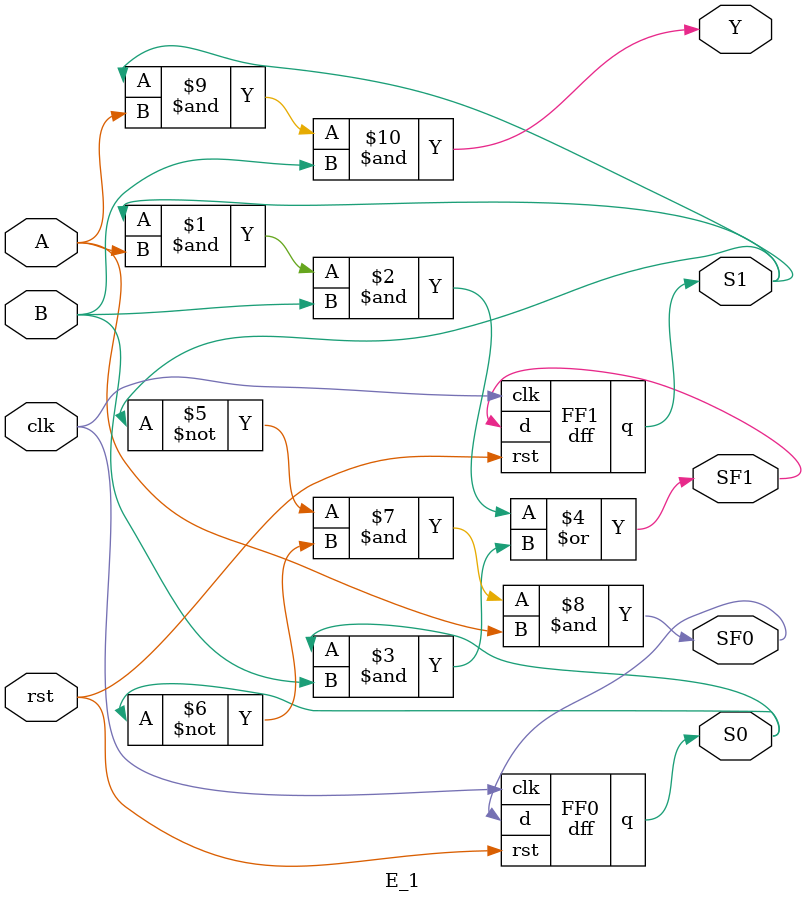
<source format=v>
module dff(input clk, rst, d, output reg q);

    always @ (posedge clk or posedge rst) begin
        if (rst)
            q <= 1'b0;
        else
            q <= d;
    end
endmodule
//Módulo de la FSM de Mealy del ejercicio 1
module E_1(input clk, rst, A, B, output S1, S0, SF1, SF0, output Y);
    //estaos presentes y futuros
    wire S1, S0, SF1, SF0;
    //asignación del estado futuro con sus respectivas ecuaciones minimizadas
    assign SF1 = (S1 & A & B) | (S0 & B);
    assign SF0 = (~S1 & ~S0 & A);
    //creación de cada flip flop para cada estado futuro y su respectiva asignación de variables al módulo
    dff FF1(clk, rst, SF1, S1);
    dff FF0(clk, rst, SF0, S0);
    //asignación de la salida de la máquina con su ecuación minimizada
    assign Y = (S1 & A & B);
endmodule






</source>
